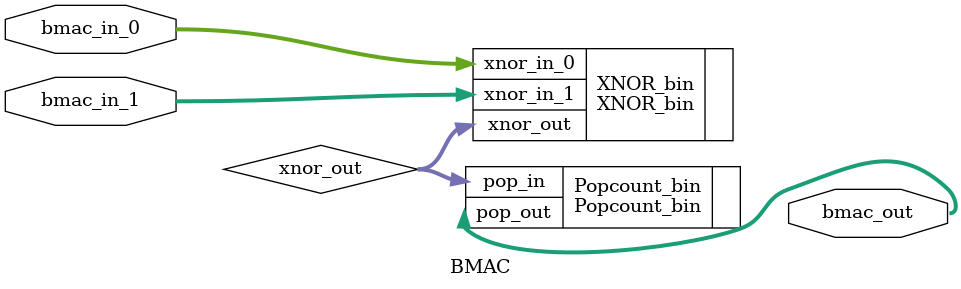
<source format=v>
`timescale 1ns / 1ps


module BMAC
#(
    parameter IN_WIDTH=32,
    parameter LUT_WIDTH=8,
    parameter OUTPUT_WIDTH=16
)
(
    // Inputs
    
        input      wire     [(IN_WIDTH-1):0]       bmac_in_0,     
        input      wire     [(IN_WIDTH-1):0]       bmac_in_1,  
        
    // Outputs
    
        output     wire     [(OUTPUT_WIDTH-1):0]   bmac_out
);

wire     [(IN_WIDTH-1):0]       xnor_out;

XNOR_bin  #(.IN_WIDTH(IN_WIDTH)) 
XNOR_bin
(
    .xnor_in_0(bmac_in_0),
    .xnor_in_1(bmac_in_1),
    .xnor_out(xnor_out)
);

Popcount_bin #(.IN_WIDTH(IN_WIDTH), .LUT_WIDTH(LUT_WIDTH), .OUTPUT_WIDTH(OUTPUT_WIDTH)) 
Popcount_bin
(
    .pop_in(xnor_out),
    .pop_out(bmac_out)
);

endmodule

</source>
